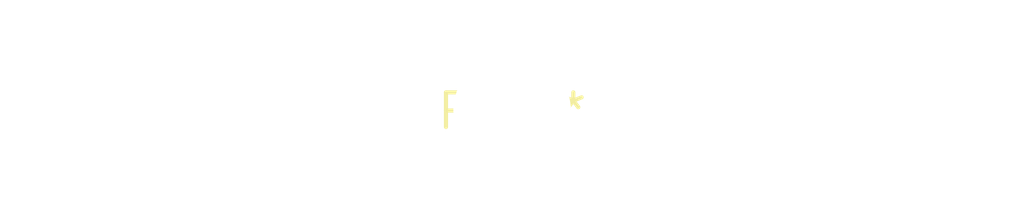
<source format=kicad_pcb>
(kicad_pcb (version 20240108) (generator pcbnew)
  (layers (0 "F.Cu" signal) (31 "B.Cu" signal) (34 "B.Paste" user) (35 "F.Paste" user) (36 "B.SilkS" user "B.Silkscreen") (37 "F.SilkS" user "F.Silkscreen") (38 "B.Mask" user) (39 "F.Mask" user) (44 "Edge.Cuts" user))
  (net 0 "")
  (footprint "MountingHole_4.3mm_M4_ISO7380_Pad" (layer "F.Cu") (at 0 0)
    (property "Reference" "REF**")
    (property "Value" "MountingHole_4.3mm_M4_ISO7380_Pad")
    (pad "1" thru_hole circle (at 0 0) (size 7.6 7.6) (drill 4.3) (layers *.Cu *.Mask) (remove_unused_layers))
  )
)
</source>
